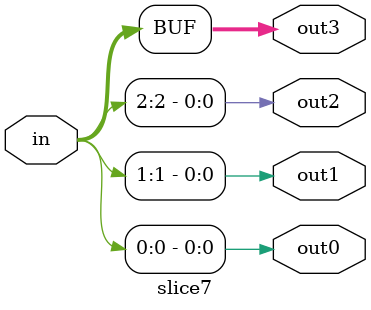
<source format=v>
module slice7(input [3-1:0] in, output out0, output out1, output out2, output [3-1:0] out3);
  assign out0 = in[0];
  assign out1 = in[1];
  assign out2 = in[2];
  assign out3 = in;
endmodule

</source>
